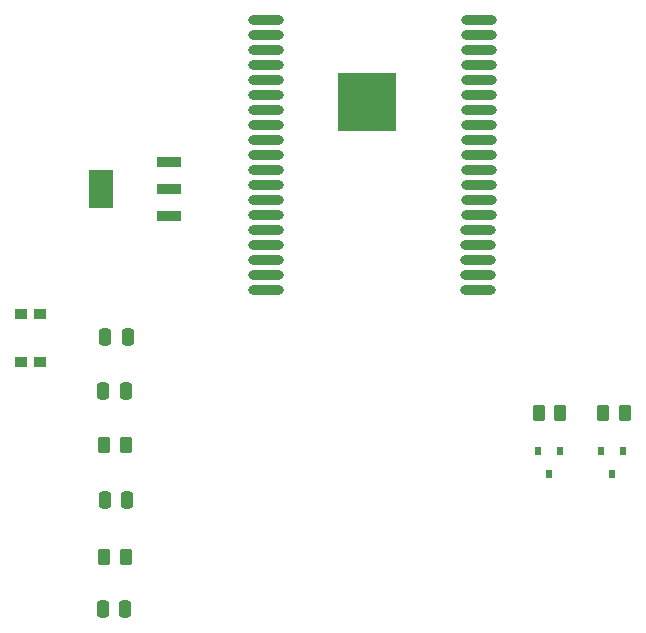
<source format=gtp>
G04 #@! TF.GenerationSoftware,KiCad,Pcbnew,(6.0.1)*
G04 #@! TF.CreationDate,2022-04-27T15:55:03+02:00*
G04 #@! TF.ProjectId,PompController_brian,506f6d70-436f-46e7-9472-6f6c6c65725f,rev?*
G04 #@! TF.SameCoordinates,Original*
G04 #@! TF.FileFunction,Paste,Top*
G04 #@! TF.FilePolarity,Positive*
%FSLAX46Y46*%
G04 Gerber Fmt 4.6, Leading zero omitted, Abs format (unit mm)*
G04 Created by KiCad (PCBNEW (6.0.1)) date 2022-04-27 15:55:03*
%MOMM*%
%LPD*%
G01*
G04 APERTURE LIST*
G04 Aperture macros list*
%AMRoundRect*
0 Rectangle with rounded corners*
0 $1 Rounding radius*
0 $2 $3 $4 $5 $6 $7 $8 $9 X,Y pos of 4 corners*
0 Add a 4 corners polygon primitive as box body*
4,1,4,$2,$3,$4,$5,$6,$7,$8,$9,$2,$3,0*
0 Add four circle primitives for the rounded corners*
1,1,$1+$1,$2,$3*
1,1,$1+$1,$4,$5*
1,1,$1+$1,$6,$7*
1,1,$1+$1,$8,$9*
0 Add four rect primitives between the rounded corners*
20,1,$1+$1,$2,$3,$4,$5,0*
20,1,$1+$1,$4,$5,$6,$7,0*
20,1,$1+$1,$6,$7,$8,$9,0*
20,1,$1+$1,$8,$9,$2,$3,0*%
G04 Aperture macros list end*
%ADD10R,2.150000X0.950000*%
%ADD11R,2.150000X3.250000*%
%ADD12RoundRect,0.250000X0.262500X0.450000X-0.262500X0.450000X-0.262500X-0.450000X0.262500X-0.450000X0*%
%ADD13R,1.000000X0.900000*%
%ADD14RoundRect,0.250000X-0.250000X-0.475000X0.250000X-0.475000X0.250000X0.475000X-0.250000X0.475000X0*%
%ADD15RoundRect,0.250000X0.250000X0.475000X-0.250000X0.475000X-0.250000X-0.475000X0.250000X-0.475000X0*%
%ADD16O,3.000000X0.900000*%
%ADD17R,5.000000X5.000000*%
%ADD18R,0.559000X0.724000*%
G04 APERTURE END LIST*
D10*
X69194000Y-48274000D03*
X69194000Y-45974000D03*
X69194000Y-43674000D03*
D11*
X63394000Y-45974000D03*
D12*
X65512500Y-67600000D03*
X63687500Y-67600000D03*
D13*
X56650000Y-56550000D03*
X56650000Y-60650000D03*
X58250000Y-56550000D03*
X58250000Y-60650000D03*
D12*
X107742500Y-64888000D03*
X105917500Y-64888000D03*
X65512500Y-77100000D03*
X63687500Y-77100000D03*
X102292500Y-64938000D03*
X100467500Y-64938000D03*
D14*
X63700000Y-72300000D03*
X65600000Y-72300000D03*
X63750000Y-58450000D03*
X65650000Y-58450000D03*
D15*
X65500000Y-63100000D03*
X63600000Y-63100000D03*
D16*
X77345000Y-31644000D03*
X77345000Y-32914000D03*
X77345000Y-34184000D03*
X77345000Y-35454000D03*
X77345000Y-36724000D03*
X77345000Y-37994000D03*
X77345000Y-39264000D03*
X77345000Y-40534000D03*
X77345000Y-41804000D03*
X77345000Y-43074000D03*
X77345000Y-44344000D03*
X77345000Y-45614000D03*
X77345000Y-46884000D03*
X77345000Y-48154000D03*
X77345000Y-49454000D03*
X77345000Y-50724000D03*
X77345000Y-51994000D03*
X77345000Y-53264000D03*
X77345000Y-54534000D03*
X95345000Y-54534000D03*
X95345000Y-53264000D03*
X95345000Y-51994000D03*
X95345000Y-50724000D03*
X95345000Y-49454000D03*
X95375000Y-48154000D03*
X95375000Y-46884000D03*
X95375000Y-45614000D03*
X95375000Y-44344000D03*
X95375000Y-43074000D03*
X95375000Y-41804000D03*
X95375000Y-40534000D03*
X95375000Y-39264000D03*
X95375000Y-37994000D03*
X95375000Y-36724000D03*
X95375000Y-35454000D03*
X95375000Y-34184000D03*
X95375000Y-32914000D03*
X95375000Y-31644000D03*
D17*
X85945000Y-38564000D03*
D15*
X65450000Y-81550000D03*
X63550000Y-81550000D03*
D18*
X107630000Y-68103500D03*
X105730000Y-68103500D03*
X106680000Y-70072500D03*
X102296000Y-68103500D03*
X100396000Y-68103500D03*
X101346000Y-70072500D03*
M02*

</source>
